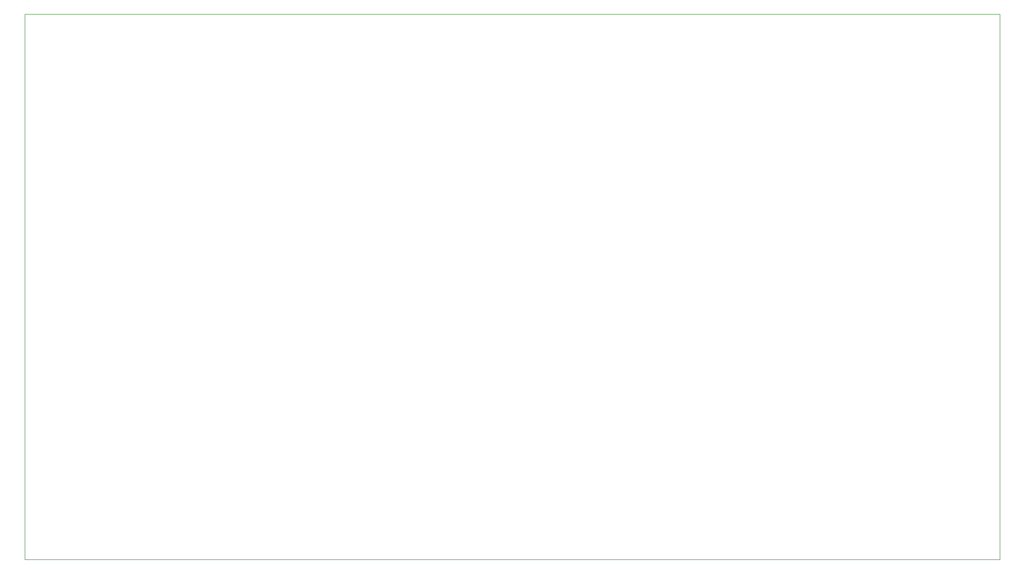
<source format=gbr>
%TF.GenerationSoftware,KiCad,Pcbnew,(5.1.10)-1*%
%TF.CreationDate,2022-01-29T09:49:05+01:00*%
%TF.ProjectId,cpu01,63707530-312e-46b6-9963-61645f706362,rev?*%
%TF.SameCoordinates,Original*%
%TF.FileFunction,Profile,NP*%
%FSLAX46Y46*%
G04 Gerber Fmt 4.6, Leading zero omitted, Abs format (unit mm)*
G04 Created by KiCad (PCBNEW (5.1.10)-1) date 2022-01-29 09:49:05*
%MOMM*%
%LPD*%
G01*
G04 APERTURE LIST*
%TA.AperFunction,Profile*%
%ADD10C,0.050000*%
%TD*%
G04 APERTURE END LIST*
D10*
X38100000Y-44450000D02*
X38100000Y-139700000D01*
X208280000Y-44450000D02*
X38100000Y-44450000D01*
X208280000Y-139700000D02*
X208280000Y-44450000D01*
X38100000Y-139700000D02*
X208280000Y-139700000D01*
M02*

</source>
